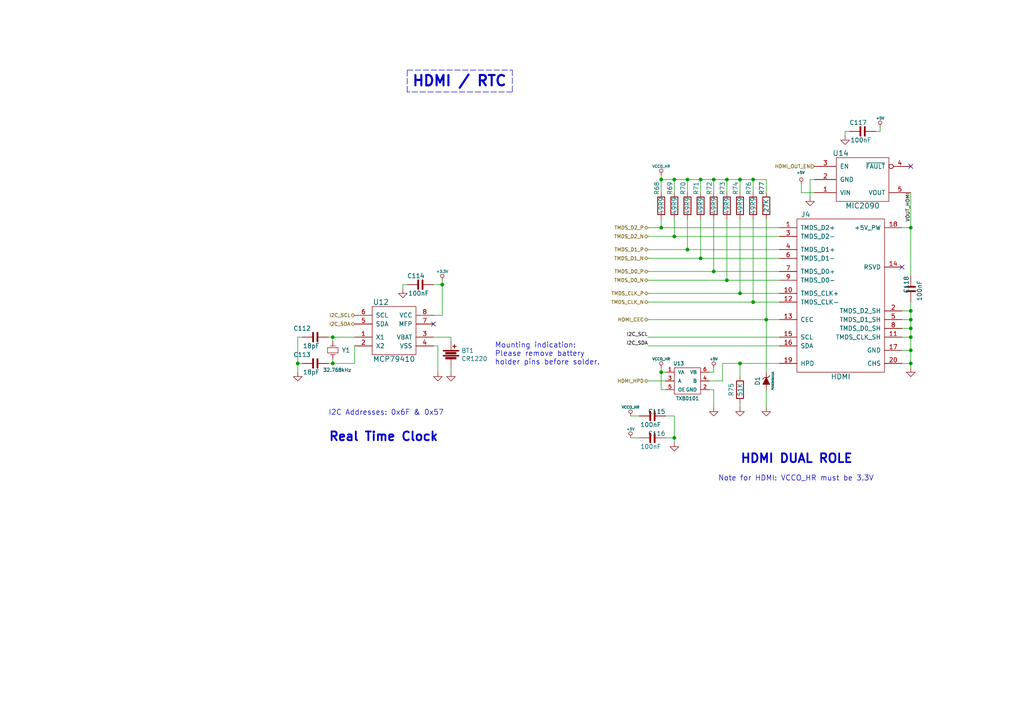
<source format=kicad_sch>
(kicad_sch (version 20231120) (generator "eeschema") (generator_version "8.0")
  (paper "A4")
  (title_block (title "CIAA-ACC HDMI Dual Role") (date "2019-08-28") (rev "V1.4") (company "COMPUTADORA INDUSTRIAL ABIERTA ARGENTINA. CIAA-ACC (HPC)") (comment 1 "Authors: See 'doc/CHANGES.txt' file.      License: See 'doc/LICENCIA_CIAA_ACC.txt' file."))
  (lib_symbols
    (symbol "CIAA_ACC:+3.3V" (power) (pin_names (offset 1.016))
      (property "Value" "+3.3V" (at 0 2.286 0))
      (symbol "+3.3V_0_0"
        (pin power_in line (at 0 0 90) (length 0) hide (name "+3.3V") (number "1"))
      )
      (symbol "+3.3V_0_1"
        (polyline (pts (xy 0 0) (xy 0 0.762) (xy 0 0.762) (xy 0 0.762)))
        (circle (center 0 1.27) (radius 0.508))
      )
    )
    (symbol "CIAA_ACC:+5V" (power) (pin_names (offset 1.016))
      (property "Value" "+5V" (at 0 2.286 0))
      (symbol "+5V_0_0"
        (pin power_in line (at 0 0 90) (length 0) hide (name "+5V") (number "1"))
      )
      (symbol "+5V_0_1"
        (polyline (pts (xy 0 0) (xy 0 0.762) (xy 0 0.762) (xy 0 0.762)))
        (circle (center 0 1.27) (radius 0.508))
      )
    )
    (symbol "CIAA_ACC:Battery" (pin_numbers hide) (pin_names (offset 0))
      (property "Reference" "BT" (at 2.54 1.27 0))
      (property "Value" "Battery" (at 2.54 -1.27 0))
      (symbol "Battery_0_1"
        (rectangle (start -2.286 -0.1778) (end 2.286 -0.4318) (fill (type outline)))
        (rectangle (start -2.286 1.27) (end 2.286 1.016) (fill (type outline)))
        (rectangle (start -1.5748 -0.762) (end 1.4732 -1.27) (fill (type outline)))
        (rectangle (start -1.5748 0.6858) (end 1.4732 0.1778) (fill (type outline)))
        (polyline (pts (xy 0.508 2.413) (xy 1.524 2.413)) (stroke (width 0.254)))
        (polyline (pts (xy 1.016 2.921) (xy 1.016 1.905)) (stroke (width 0.254)))
      )
      (symbol "Battery_1_1"
        (pin passive line (at 0 3.81 270) (length 2.54) (name "~") (number "1"))
        (pin passive line (at 0 -3.81 90) (length 2.54) (name "~") (number "2"))
      )
    )
    (symbol "CIAA_ACC:C" (pin_numbers hide) (pin_names (offset 0.254))
      (property "Reference" "C" (at 0.635 2.54 0))
      (property "Value" "C" (at 0.635 -2.54 0))
      (symbol "C_0_1"
        (polyline (pts (xy -1.27 -0.635) (xy 1.27 -0.635)) (stroke (width 0.508)))
        (polyline (pts (xy -1.27 0.635) (xy 1.27 0.635)) (stroke (width 0.508)))
        (polyline (pts (xy 0 -1.016) (xy 0 -0.635)))
        (polyline (pts (xy 0 1.016) (xy 0 0.635)))
      )
      (symbol "C_1_1"
        (pin passive line (at 0 3.81 270) (length 2.794) (name "~") (number "1"))
        (pin passive line (at 0 -3.81 90) (length 2.794) (name "~") (number "2"))
      )
    )
    (symbol "CIAA_ACC:GND" (power) (pin_names (offset 0))
      (property "Value" "GND" (at 0 -3.81 0))
      (symbol "GND_0_1"
        (polyline (pts (xy 0 0) (xy 0 -1.27) (xy 1.27 -1.27) (xy 0 -2.54) (xy -1.27 -1.27) (xy 0 -1.27)))
      )
      (symbol "GND_1_1"
        (pin power_in line (at 0 0 270) (length 0) hide (name "GND") (number "1"))
      )
    )
    (symbol "CIAA_ACC:HDMI" (pin_names (offset 1.016))
      (property "Reference" "J" (at 1.27 3.81 0))
      (property "Value" "HDMI" (at 22.86 -43.18 0))
      (symbol "HDMI_0_1"
        (rectangle (start 0 2.54) (end 25.4 -41.91))
      )
      (symbol "HDMI_1_1"
        (pin passive line (at -5.08 0 0) (length 5.08) (name "TMDS_D2+") (number "1"))
        (pin passive line (at -5.08 -19.05 0) (length 5.08) (name "TMDS_CLK+") (number "10"))
        (pin passive line (at 30.48 -31.75 180) (length 5.08) (name "TMDS_CLK_SH") (number "11"))
        (pin passive line (at -5.08 -21.59 0) (length 5.08) (name "TMDS_CLK-") (number "12"))
        (pin passive line (at -5.08 -26.67 0) (length 5.08) (name "CEC") (number "13"))
        (pin passive line (at 30.48 -11.43 180) (length 5.08) (name "RSVD") (number "14"))
        (pin passive line (at -5.08 -31.75 0) (length 5.08) (name "SCL") (number "15"))
        (pin passive line (at -5.08 -34.29 0) (length 5.08) (name "SDA") (number "16"))
        (pin passive line (at 30.48 -35.56 180) (length 5.08) (name "GND") (number "17"))
        (pin passive line (at 30.48 0 180) (length 5.08) (name "+5V_PW") (number "18"))
        (pin passive line (at -5.08 -39.37 0) (length 5.08) (name "HPD") (number "19"))
        (pin passive line (at 30.48 -24.13 180) (length 5.08) (name "TMDS_D2_SH") (number "2"))
        (pin passive line (at 30.48 -39.37 180) (length 5.08) (name "CHS") (number "20"))
        (pin passive line (at -5.08 -2.54 0) (length 5.08) (name "TMDS_D2-") (number "3"))
        (pin passive line (at -5.08 -6.35 0) (length 5.08) (name "TMDS_D1+") (number "4"))
        (pin passive line (at 30.48 -26.67 180) (length 5.08) (name "TMDS_D1_SH") (number "5"))
        (pin passive line (at -5.08 -8.89 0) (length 5.08) (name "TMDS_D1-") (number "6"))
        (pin passive line (at -5.08 -12.7 0) (length 5.08) (name "TMDS_D0+") (number "7"))
        (pin passive line (at 30.48 -29.21 180) (length 5.08) (name "TMDS_D0_SH") (number "8"))
        (pin passive line (at -5.08 -15.24 0) (length 5.08) (name "TMDS_D0-") (number "9"))
      )
    )
    (symbol "CIAA_ACC:MCP79410" (pin_names (offset 1.016))
      (property "Reference" "U" (at -3.81 3.81 0))
      (property "Value" "MCP79410" (at 0 -12.7 0))
      (symbol "MCP79410_0_1"
        (rectangle (start -6.35 2.54) (end 6.35 -11.43))
      )
      (symbol "MCP79410_1_1"
        (pin passive line (at -11.43 -6.35 0) (length 5.08) (name "X1") (number "1"))
        (pin passive line (at -11.43 -8.89 0) (length 5.08) (name "X2") (number "2"))
        (pin input line (at 11.43 -6.35 180) (length 5.08) (name "VBAT") (number "3"))
        (pin power_in line (at 11.43 -8.89 180) (length 5.08) (name "VSS") (number "4"))
        (pin bidirectional line (at -11.43 -2.54 0) (length 5.08) (name "SDA") (number "5"))
        (pin bidirectional line (at -11.43 0 0) (length 5.08) (name "SCL") (number "6"))
        (pin open_collector line (at 11.43 -2.54 180) (length 5.08) (name "MFP") (number "7"))
        (pin power_in line (at 11.43 0 180) (length 5.08) (name "VCC") (number "8"))
      )
    )
    (symbol "CIAA_ACC:MIC2090" (pin_names (offset 1.016))
      (property "Reference" "U" (at -6.35 13.97 0))
      (property "Value" "MIC2090" (at -5.08 -1.27 0))
      (symbol "MIC2090_0_1"
        (rectangle (start -7.62 12.7) (end 7.62 0))
      )
      (symbol "MIC2090_1_1"
        (pin power_in line (at -13.97 10.16 0) (length 6.35) (name "VIN") (number "1"))
        (pin power_in line (at -13.97 6.35 0) (length 6.35) (name "GND") (number "2"))
        (pin input line (at -13.97 2.54 0) (length 6.35) (name "EN") (number "3"))
        (pin open_collector inverted (at 13.97 2.54 180) (length 6.35) (name "~{FAULT}") (number "4"))
        (pin power_out line (at 13.97 10.16 180) (length 6.35) (name "VOUT") (number "5"))
      )
    )
    (symbol "CIAA_ACC:R" (pin_numbers hide) (pin_names (offset 0))
      (property "Reference" "R" (at 2.032 0 90))
      (property "Value" "R" (at 0 0 90))
      (symbol "R_0_1"
        (rectangle (start -1.016 -2.54) (end 1.016 2.54) (stroke (width 0.254)))
      )
      (symbol "R_1_1"
        (pin passive line (at 0 3.81 270) (length 1.27) (name "~") (number "1"))
        (pin passive line (at 0 -3.81 90) (length 1.27) (name "~") (number "2"))
      )
    )
    (symbol "CIAA_ACC:TXB0101" (pin_names (offset 1.016))
      (property "Reference" "U" (at -2.54 3.81 0))
      (property "Value" "TXB0101" (at 0 -6.35 0))
      (symbol "TXB0101_0_1"
        (rectangle (start -3.81 2.54) (end 3.81 -5.08))
      )
      (symbol "TXB0101_1_1"
        (pin power_in line (at -6.35 1.27 0) (length 2.54) (name "VA") (number "1"))
        (pin power_in line (at 6.35 -3.81 180) (length 2.54) (name "GND") (number "2"))
        (pin bidirectional line (at -6.35 -1.27 0) (length 2.54) (name "A") (number "3"))
        (pin bidirectional line (at 6.35 -1.27 180) (length 2.54) (name "B") (number "4"))
        (pin input line (at -6.35 -3.81 0) (length 2.54) (name "OE") (number "5"))
        (pin power_in line (at 6.35 1.27 180) (length 2.54) (name "VB") (number "6"))
      )
    )
    (symbol "CIAA_ACC:VCCO_HR" (power) (pin_names (offset 1.016))
      (property "Value" "VCCO_HR" (at 0 2.286 0))
      (symbol "VCCO_HR_0_0"
        (pin power_in line (at 0 0 90) (length 0) hide (name "VCCO_HR") (number "1"))
      )
      (symbol "VCCO_HR_0_1"
        (polyline (pts (xy 0 0) (xy 0 0.762) (xy 0 0.762) (xy 0 0.762)))
        (circle (center 0 1.27) (radius 0.508))
      )
    )
    (symbol "CIAA_ACC:XTAL" (pin_numbers hide) (pin_names (offset 1.016) hide)
      (property "Reference" "Y" (at 0 2.54 0))
      (property "Value" "XTAL" (at 0 -2.54 0))
      (symbol "XTAL_0_1"
        (rectangle (start -0.762 -1.524) (end 0.762 1.524))
        (polyline (pts (xy -1.27 -0.762) (xy -1.27 0.762)))
        (polyline (pts (xy 1.27 -0.762) (xy 1.27 0.762)))
      )
      (symbol "XTAL_1_1"
        (pin passive line (at -2.54 0 0) (length 1.27) (name "1") (number "1"))
        (pin passive line (at 2.54 0 180) (length 1.27) (name "2") (number "2"))
      )
    )
    (symbol "CIAA_ACC:ZENER" (pin_numbers hide) (pin_names (offset 1.016) hide)
      (property "Reference" "D" (at 0 2.54 0))
      (property "Value" "ZENER" (at 0 -2.54 0))
      (symbol "ZENER_0_1"
        (polyline (pts (xy -1.524 1.016) (xy -1.016 0.508) (xy -1.016 -0.508) (xy -0.508 -1.016)) (stroke (width 0.2032)))
        (polyline (pts (xy 1.016 1.016) (xy -1.016 0) (xy 1.016 -1.016) (xy 1.016 1.016)) (fill (type outline)))
      )
      (symbol "ZENER_1_1"
        (pin passive line (at 2.54 0 180) (length 1.524) (name "A") (number "1"))
        (pin passive line (at -2.54 0 0) (length 1.524) (name "K") (number "2"))
      )
    )
  )
  (junction (at 203.2 74.93))
  (junction (at 195.58 52.07))
  (junction (at 214.63 105.41))
  (junction (at 218.44 87.63))
  (junction (at 264.16 92.71))
  (junction (at 210.82 81.28))
  (junction (at 214.63 52.07))
  (junction (at 199.39 72.39))
  (junction (at 264.16 66.04))
  (junction (at 195.58 127))
  (junction (at 191.77 66.04))
  (junction (at 96.52 105.41))
  (junction (at 210.82 52.07))
  (junction (at 203.2 52.07))
  (junction (at 191.77 52.07))
  (junction (at 191.77 107.95))
  (junction (at 128.27 82.55))
  (junction (at 195.58 68.58))
  (junction (at 207.01 78.74))
  (junction (at 96.52 97.79))
  (junction (at 264.16 105.41))
  (junction (at 264.16 97.79))
  (junction (at 199.39 52.07))
  (junction (at 86.36 105.41))
  (junction (at 264.16 90.17))
  (junction (at 214.63 85.09))
  (junction (at 207.01 52.07))
  (junction (at 264.16 95.25))
  (junction (at 222.25 92.71))
  (junction (at 218.44 52.07))
  (junction (at 264.16 101.6))
  (no_connect (at 125.73 93.98))
  (no_connect (at 261.62 77.47))
  (no_connect (at 264.16 48.26))
  (wire (pts (xy 87.63 97.79) (xy 86.36 97.79)))
  (wire (pts (xy 218.44 52.07) (xy 222.25 52.07)))
  (wire (pts (xy 187.96 81.28) (xy 210.82 81.28)))
  (wire (pts (xy 264.16 87.63) (xy 264.16 90.17)))
  (wire (pts (xy 264.16 95.25) (xy 261.62 95.25)))
  (wire (pts (xy 222.25 92.71) (xy 226.06 92.71)))
  (wire (pts (xy 95.25 105.41) (xy 96.52 105.41)))
  (wire (pts (xy 218.44 52.07) (xy 218.44 55.88)))
  (wire (pts (xy 203.2 52.07) (xy 203.2 55.88)))
  (wire (pts (xy 102.87 105.41) (xy 102.87 100.33)))
  (wire (pts (xy 203.2 74.93) (xy 226.06 74.93)))
  (wire (pts (xy 191.77 50.8) (xy 191.77 52.07)))
  (wire (pts (xy 205.74 113.03) (xy 207.01 113.03)))
  (wire (pts (xy 187.96 92.71) (xy 222.25 92.71)))
  (wire (pts (xy 214.63 52.07) (xy 218.44 52.07)))
  (wire (pts (xy 218.44 63.5) (xy 218.44 87.63)))
  (wire (pts (xy 195.58 63.5) (xy 195.58 68.58)))
  (wire (pts (xy 209.55 105.41) (xy 214.63 105.41)))
  (wire (pts (xy 232.41 55.88) (xy 236.22 55.88)))
  (wire (pts (xy 130.81 97.79) (xy 125.73 97.79)))
  (wire (pts (xy 234.95 52.07) (xy 234.95 57.15)))
  (wire (pts (xy 193.04 107.95) (xy 191.77 107.95)))
  (wire (pts (xy 195.58 68.58) (xy 226.06 68.58)))
  (wire (pts (xy 222.25 63.5) (xy 222.25 92.71)))
  (wire (pts (xy 203.2 63.5) (xy 203.2 74.93)))
  (wire (pts (xy 199.39 52.07) (xy 199.39 55.88)))
  (wire (pts (xy 264.16 105.41) (xy 264.16 106.68)))
  (wire (pts (xy 210.82 63.5) (xy 210.82 81.28)))
  (wire (pts (xy 191.77 106.68) (xy 191.77 107.95)))
  (wire (pts (xy 222.25 118.11) (xy 222.25 113.03)))
  (wire (pts (xy 203.2 52.07) (xy 207.01 52.07)))
  (wire (pts (xy 246.38 38.1) (xy 245.11 38.1)))
  (wire (pts (xy 96.52 99.06) (xy 96.52 97.79)))
  (wire (pts (xy 205.74 110.49) (xy 209.55 110.49)))
  (wire (pts (xy 264.16 95.25) (xy 264.16 97.79)))
  (polyline (pts (xy 118.11 20.32) (xy 148.59 20.32)) (stroke (width 0) (type dash)))
  (wire (pts (xy 264.16 97.79) (xy 264.16 101.6)))
  (wire (pts (xy 264.16 66.04) (xy 261.62 66.04)))
  (wire (pts (xy 214.63 85.09) (xy 226.06 85.09)))
  (wire (pts (xy 214.63 105.41) (xy 214.63 109.22)))
  (wire (pts (xy 209.55 110.49) (xy 209.55 105.41)))
  (wire (pts (xy 187.96 100.33) (xy 226.06 100.33)))
  (wire (pts (xy 199.39 72.39) (xy 226.06 72.39)))
  (wire (pts (xy 214.63 63.5) (xy 214.63 85.09)))
  (wire (pts (xy 125.73 100.33) (xy 127 100.33)))
  (wire (pts (xy 214.63 116.84) (xy 214.63 118.11)))
  (wire (pts (xy 96.52 97.79) (xy 102.87 97.79)))
  (wire (pts (xy 199.39 63.5) (xy 199.39 72.39)))
  (wire (pts (xy 255.27 38.1) (xy 254 38.1)))
  (wire (pts (xy 191.77 52.07) (xy 195.58 52.07)))
  (wire (pts (xy 128.27 91.44) (xy 125.73 91.44)))
  (wire (pts (xy 195.58 55.88) (xy 195.58 52.07)))
  (wire (pts (xy 187.96 110.49) (xy 193.04 110.49)))
  (wire (pts (xy 185.42 120.65) (xy 182.88 120.65)))
  (wire (pts (xy 95.25 97.79) (xy 96.52 97.79)))
  (wire (pts (xy 210.82 81.28) (xy 226.06 81.28)))
  (wire (pts (xy 195.58 127) (xy 195.58 128.27)))
  (wire (pts (xy 214.63 52.07) (xy 214.63 55.88)))
  (wire (pts (xy 87.63 105.41) (xy 86.36 105.41)))
  (wire (pts (xy 191.77 107.95) (xy 191.77 113.03)))
  (wire (pts (xy 207.01 113.03) (xy 207.01 118.11)))
  (wire (pts (xy 185.42 127) (xy 182.88 127)))
  (wire (pts (xy 187.96 66.04) (xy 191.77 66.04)))
  (wire (pts (xy 191.77 66.04) (xy 226.06 66.04)))
  (wire (pts (xy 207.01 107.95) (xy 207.01 106.68)))
  (wire (pts (xy 264.16 90.17) (xy 264.16 92.71)))
  (wire (pts (xy 264.16 97.79) (xy 261.62 97.79)))
  (wire (pts (xy 205.74 107.95) (xy 207.01 107.95)))
  (wire (pts (xy 191.77 113.03) (xy 193.04 113.03)))
  (wire (pts (xy 191.77 52.07) (xy 191.77 55.88)))
  (wire (pts (xy 210.82 52.07) (xy 210.82 55.88)))
  (wire (pts (xy 86.36 105.41) (xy 86.36 107.95)))
  (wire (pts (xy 195.58 52.07) (xy 199.39 52.07)))
  (wire (pts (xy 214.63 105.41) (xy 226.06 105.41)))
  (wire (pts (xy 210.82 52.07) (xy 214.63 52.07)))
  (wire (pts (xy 128.27 82.55) (xy 128.27 91.44)))
  (wire (pts (xy 264.16 55.88) (xy 264.16 66.04)))
  (wire (pts (xy 236.22 52.07) (xy 234.95 52.07)))
  (wire (pts (xy 187.96 68.58) (xy 195.58 68.58)))
  (wire (pts (xy 191.77 63.5) (xy 191.77 66.04)))
  (wire (pts (xy 193.04 127) (xy 195.58 127)))
  (wire (pts (xy 207.01 52.07) (xy 210.82 52.07)))
  (wire (pts (xy 86.36 97.79) (xy 86.36 105.41)))
  (wire (pts (xy 264.16 101.6) (xy 261.62 101.6)))
  (polyline (pts (xy 148.59 26.67) (xy 118.11 26.67)) (stroke (width 0) (type dash)))
  (polyline (pts (xy 148.59 20.32) (xy 148.59 26.67)) (stroke (width 0) (type dash)))
  (wire (pts (xy 193.04 120.65) (xy 195.58 120.65)))
  (wire (pts (xy 116.84 83.82) (xy 116.84 82.55)))
  (wire (pts (xy 207.01 78.74) (xy 226.06 78.74)))
  (wire (pts (xy 96.52 105.41) (xy 102.87 105.41)))
  (wire (pts (xy 264.16 105.41) (xy 261.62 105.41)))
  (wire (pts (xy 127 100.33) (xy 127 107.95)))
  (wire (pts (xy 199.39 52.07) (xy 203.2 52.07)))
  (wire (pts (xy 187.96 74.93) (xy 203.2 74.93)))
  (wire (pts (xy 207.01 63.5) (xy 207.01 78.74)))
  (wire (pts (xy 187.96 85.09) (xy 214.63 85.09)))
  (wire (pts (xy 128.27 81.28) (xy 128.27 82.55)))
  (wire (pts (xy 187.96 72.39) (xy 199.39 72.39)))
  (wire (pts (xy 222.25 92.71) (xy 222.25 107.95)))
  (wire (pts (xy 195.58 120.65) (xy 195.58 127)))
  (wire (pts (xy 187.96 78.74) (xy 207.01 78.74)))
  (wire (pts (xy 261.62 90.17) (xy 264.16 90.17)))
  (wire (pts (xy 264.16 92.71) (xy 261.62 92.71)))
  (wire (pts (xy 264.16 66.04) (xy 264.16 80.01)))
  (wire (pts (xy 130.81 106.68) (xy 130.81 107.95)))
  (polyline (pts (xy 118.11 26.67) (xy 118.11 20.32)) (stroke (width 0) (type dash)))
  (wire (pts (xy 232.41 53.34) (xy 232.41 55.88)))
  (wire (pts (xy 218.44 87.63) (xy 226.06 87.63)))
  (wire (pts (xy 264.16 92.71) (xy 264.16 95.25)))
  (wire (pts (xy 264.16 101.6) (xy 264.16 105.41)))
  (wire (pts (xy 130.81 99.06) (xy 130.81 97.79)))
  (wire (pts (xy 125.73 82.55) (xy 128.27 82.55)))
  (wire (pts (xy 187.96 87.63) (xy 218.44 87.63)))
  (wire (pts (xy 222.25 52.07) (xy 222.25 55.88)))
  (wire (pts (xy 96.52 104.14) (xy 96.52 105.41)))
  (wire (pts (xy 255.27 36.83) (xy 255.27 38.1)))
  (wire (pts (xy 226.06 97.79) (xy 187.96 97.79)))
  (wire (pts (xy 207.01 52.07) (xy 207.01 55.88)))
  (wire (pts (xy 116.84 82.55) (xy 118.11 82.55)))
  (wire (pts (xy 245.11 38.1) (xy 245.11 39.37)))
  (text "Real Time Clock" (at 95.25 128.27 0) (effects (font (size 2.54 2.54) (thickness 0.508) (bold yes)) (justify left bottom)))
  (text "Mounting indication: \nPlease remove battery \nholder pins before solder." (at 143.51 106.045 0) (effects (font (size 1.524 1.524)) (justify left bottom)))
  (text "Note for HDMI: VCCO_HR must be 3.3V" (at 208.28 139.7 0) (effects (font (size 1.524 1.524)) (justify left bottom)))
  (text "I2C Addresses: 0x6F & 0x57" (at 95.25 120.65 0) (effects (font (size 1.524 1.524)) (justify left bottom)))
  (text "HDMI / RTC" (at 119.38 25.4 0) (effects (font (size 2.9972 2.9972) (thickness 0.5994) (bold yes)) (justify left bottom)))
  (text "HDMI DUAL ROLE" (at 214.63 134.62 0) (effects (font (size 2.54 2.54) (thickness 0.508) (bold yes)) (justify left bottom)))
  (label "I2C_SDA" (at 187.96 100.33 180) (effects (font (size 1.016 1.016))))
  (label "I2C_SCL" (at 187.96 97.79 180) (effects (font (size 1.016 1.016))))
  (label "VOUT_HDMI" (at 264.16 55.88 270) (effects (font (size 1.016 1.016))))
  (hierarchical_label "HDMI_OUT_EN" (shape input) (at 236.22 48.26 180) (effects (font (size 1.016 1.016))))
  (hierarchical_label "I2C_SCL" (shape bidirectional) (at 102.87 91.44 180) (effects (font (size 1.016 1.016))))
  (hierarchical_label "TMDS_CLK_N" (shape bidirectional) (at 187.96 87.63 180) (effects (font (size 1.016 1.016))))
  (hierarchical_label "HDMI_HPD" (shape bidirectional) (at 187.96 110.49 180) (effects (font (size 1.016 1.016))))
  (hierarchical_label "TMDS_D2_P" (shape bidirectional) (at 187.96 66.04 180) (effects (font (size 1.016 1.016))))
  (hierarchical_label "TMDS_D1_N" (shape bidirectional) (at 187.96 74.93 180) (effects (font (size 1.016 1.016))))
  (hierarchical_label "TMDS_D1_P" (shape bidirectional) (at 187.96 72.39 180) (effects (font (size 1.016 1.016))))
  (hierarchical_label "TMDS_D0_P" (shape bidirectional) (at 187.96 78.74 180) (effects (font (size 1.016 1.016))))
  (hierarchical_label "TMDS_CLK_P" (shape bidirectional) (at 187.96 85.09 180) (effects (font (size 1.016 1.016))))
  (hierarchical_label "I2C_SDA" (shape bidirectional) (at 102.87 93.98 180) (effects (font (size 1.016 1.016))))
  (hierarchical_label "TMDS_D2_N" (shape bidirectional) (at 187.96 68.58 180) (effects (font (size 1.016 1.016))))
  (hierarchical_label "HDMI_CEC" (shape bidirectional) (at 187.96 92.71 180) (effects (font (size 1.016 1.016))))
  (hierarchical_label "TMDS_D0_N" (shape bidirectional) (at 187.96 81.28 180) (effects (font (size 1.016 1.016))))
  (symbol (lib_id "CIAA_ACC:MCP79410") (at 114.3 91.44 0) (unit 1)
    (property "Reference" "U12" (at 110.49 87.63 0) (effects (font (size 1.524 1.524))))
    (property "Value" "MCP79410" (at 114.3 104.14 0) (effects (font (size 1.524 1.524))))
    (property "Footprint" "soic-sop-tssop:MSOP-8" (effects (hide yes)))
    (property "Description" "IC RTC CLK/CALENDAR I2C 8-MSOP" (effects (hide yes)))
    (property "Manf" "Microchip" (effects (hide yes)))
    (property "Manf#" "MCP79410-I/MS" (effects (hide yes)))
    (property "Digikey#" "MCP79410-I/MS-ND" (effects (hide yes)))
  )
  (symbol (lib_id "CIAA_ACC:Battery") (at 130.81 102.87 0) (unit 1)
    (property "Reference" "BT1" (at 133.8072 101.7016 0) (effects (justify left)))
    (property "Value" "CR1220" (at 133.8072 104.0384 0) (effects (justify left)))
    (property "Footprint" "conn:BC501SM" (effects (hide yes)))
    (property "Description" "HOLDER COIN CELL FOR CR1220 SMD" (effects (hide yes)))
    (property "Manf" "MPD" (effects (hide yes)))
    (property "Manf#" "BC501SM" (effects (hide yes)))
    (property "Digikey#" "BC501SM-ND" (effects (hide yes)))
  )
  (symbol (lib_id "CIAA_ACC:R") (at 218.44 59.69 0) (unit 1)
    (property "Reference" "R76" (at 217.17 54.61 90))
    (property "Value" "49R9" (at 218.44 59.69 90))
    (property "Footprint" "chip_rlc:r_0402" (effects (hide yes)))
    (property "Description" "RES SMD 49.9 OHM 1% 1/16W 0402" (effects (hide yes)))
    (property "Manf" "Yageo" (effects (hide yes)))
    (property "Manf#" "RC0402FR-0749R9L" (effects (hide yes)))
    (property "Digikey#" "311-49.9LRCT-ND" (effects (hide yes)))
  )
  (symbol (lib_id "CIAA_ACC:R") (at 214.63 59.69 0) (unit 1)
    (property "Reference" "R74" (at 213.36 54.61 90))
    (property "Value" "49R9" (at 214.63 59.69 90))
    (property "Footprint" "chip_rlc:r_0402" (effects (hide yes)))
    (property "Description" "RES SMD 49.9 OHM 1% 1/16W 0402" (effects (hide yes)))
    (property "Manf" "Yageo" (effects (hide yes)))
    (property "Manf#" "RC0402FR-0749R9L" (effects (hide yes)))
    (property "Digikey#" "311-49.9LRCT-ND" (effects (hide yes)))
  )
  (symbol (lib_id "CIAA_ACC:R") (at 210.82 59.69 0) (unit 1)
    (property "Reference" "R73" (at 209.55 54.61 90))
    (property "Value" "49R9" (at 210.82 59.69 90))
    (property "Footprint" "chip_rlc:r_0402" (effects (hide yes)))
    (property "Description" "RES SMD 49.9 OHM 1% 1/16W 0402" (effects (hide yes)))
    (property "Manf" "Yageo" (effects (hide yes)))
    (property "Manf#" "RC0402FR-0749R9L" (effects (hide yes)))
    (property "Digikey#" "311-49.9LRCT-ND" (effects (hide yes)))
  )
  (symbol (lib_id "CIAA_ACC:R") (at 207.01 59.69 0) (unit 1)
    (property "Reference" "R72" (at 205.74 54.61 90))
    (property "Value" "49R9" (at 207.01 59.69 90))
    (property "Footprint" "chip_rlc:r_0402" (effects (hide yes)))
    (property "Description" "RES SMD 49.9 OHM 1% 1/16W 0402" (effects (hide yes)))
    (property "Manf" "Yageo" (effects (hide yes)))
    (property "Manf#" "RC0402FR-0749R9L" (effects (hide yes)))
    (property "Digikey#" "311-49.9LRCT-ND" (effects (hide yes)))
  )
  (symbol (lib_id "CIAA_ACC:R") (at 203.2 59.69 0) (unit 1)
    (property "Reference" "R71" (at 201.93 54.61 90))
    (property "Value" "49R9" (at 203.2 59.69 90))
    (property "Footprint" "chip_rlc:r_0402" (effects (hide yes)))
    (property "Description" "RES SMD 49.9 OHM 1% 1/16W 0402" (effects (hide yes)))
    (property "Manf" "Yageo" (effects (hide yes)))
    (property "Manf#" "RC0402FR-0749R9L" (effects (hide yes)))
    (property "Digikey#" "311-49.9LRCT-ND" (effects (hide yes)))
  )
  (symbol (lib_id "CIAA_ACC:R") (at 199.39 59.69 0) (unit 1)
    (property "Reference" "R70" (at 198.12 54.61 90))
    (property "Value" "49R9" (at 199.39 59.69 90))
    (property "Footprint" "chip_rlc:r_0402" (effects (hide yes)))
    (property "Description" "RES SMD 49.9 OHM 1% 1/16W 0402" (effects (hide yes)))
    (property "Manf" "Yageo" (effects (hide yes)))
    (property "Manf#" "RC0402FR-0749R9L" (effects (hide yes)))
    (property "Digikey#" "311-49.9LRCT-ND" (effects (hide yes)))
  )
  (symbol (lib_id "CIAA_ACC:R") (at 195.58 59.69 0) (unit 1)
    (property "Reference" "R69" (at 194.31 54.61 90))
    (property "Value" "49R9" (at 195.58 59.69 90))
    (property "Footprint" "chip_rlc:r_0402" (effects (hide yes)))
    (property "Description" "RES SMD 49.9 OHM 1% 1/16W 0402" (effects (hide yes)))
    (property "Manf" "Yageo" (effects (hide yes)))
    (property "Manf#" "RC0402FR-0749R9L" (effects (hide yes)))
    (property "Digikey#" "311-49.9LRCT-ND" (effects (hide yes)))
  )
  (symbol (lib_id "CIAA_ACC:R") (at 191.77 59.69 0) (unit 1)
    (property "Reference" "R68" (at 190.5 54.61 90))
    (property "Value" "49R9" (at 191.77 59.69 90))
    (property "Footprint" "chip_rlc:r_0402" (effects (hide yes)))
    (property "Description" "RES SMD 49.9 OHM 1% 1/16W 0402" (effects (hide yes)))
    (property "Manf" "Yageo" (effects (hide yes)))
    (property "Manf#" "RC0402FR-0749R9L" (effects (hide yes)))
    (property "Digikey#" "311-49.9LRCT-ND" (effects (hide yes)))
  )
  (symbol (lib_id "CIAA_ACC:+5V") (at 232.41 53.34 0) (unit 1)
    (property "Reference" "#PWR0198" (effects (hide yes)))
    (property "Value" "+5V" (at 232.2322 50.0634 0) (effects (font (size 0.762 0.762))))
  )
  (symbol (lib_id "CIAA_ACC:MIC2090") (at 250.19 45.72 0) (mirror x) (unit 1)
    (property "Reference" "U14" (at 243.84 44.45 0) (effects (font (size 1.524 1.524))))
    (property "Value" "MIC2090" (at 250.19 59.69 0) (effects (font (size 1.524 1.524))))
    (property "Footprint" "to-sod-sot:SOT-23-5" (effects (hide yes)))
    (property "Description" "IC DISTRIBUTION SW 50MA SOT-23-5" (effects (hide yes)))
    (property "Manf" "Microchip" (effects (hide yes)))
    (property "Manf#" "MIC2090-1YM5-TR" (effects (hide yes)))
    (property "Digikey#" "576-3890-1-ND" (effects (hide yes)))
  )
  (symbol (lib_id "CIAA_ACC:VCCO_HR") (at 191.77 50.8 0) (unit 1)
    (property "Reference" "#PWR0199" (effects (hide yes)))
    (property "Value" "VCCO_HR" (at 191.77 48.26 0) (effects (font (size 0.762 0.762))))
  )
  (symbol (lib_id "CIAA_ACC:GND") (at 264.16 106.68 0) (unit 1)
    (property "Reference" "#PWR0200" (effects (hide yes)))
    (property "Value" "GND" (effects (hide yes)))
  )
  (symbol (lib_id "CIAA_ACC:GND") (at 234.95 57.15 0) (unit 1)
    (property "Reference" "#PWR0201" (effects (hide yes)))
    (property "Value" "GND" (effects (hide yes)))
  )
  (symbol (lib_id "CIAA_ACC:GND") (at 245.11 39.37 0) (unit 1)
    (property "Reference" "#PWR0202" (effects (hide yes)))
    (property "Value" "GND" (effects (hide yes)))
  )
  (symbol (lib_id "CIAA_ACC:+5V") (at 255.27 36.83 0) (unit 1)
    (property "Reference" "#PWR0203" (effects (hide yes)))
    (property "Value" "+5V" (at 255.27 34.29 0) (effects (font (size 0.762 0.762))))
  )
  (symbol (lib_id "CIAA_ACC:R") (at 222.25 59.69 180) (unit 1)
    (property "Reference" "R77" (at 220.98 54.61 90))
    (property "Value" "27K" (at 222.25 59.69 90))
    (property "Footprint" "chip_rlc:r_0402" (effects (hide yes)))
    (property "Description" "27k Ohm ±5% 0.063W, 1/16W Surface Mount Resistor Thick Film ±100ppm/°C 0402" (effects (hide yes)))
    (property "Manf" "Yageo" (effects (hide yes)))
    (property "Manf#" "RC0402JR-0727KL" (effects (hide yes)))
    (property "Digikey#" "311-27KJRCT-ND" (effects (hide yes)))
  )
  (symbol (lib_id "CIAA_ACC:ZENER") (at 222.25 110.49 270) (unit 1)
    (property "Reference" "D1" (at 219.71 110.49 0))
    (property "Value" "PESD3V3U1UA" (at 224.155 110.49 0) (effects (font (size 0.508 0.508))))
    (property "Footprint" "to-sod-sot:SOD-323" (effects (hide yes)))
    (property "Description" "TVS DIODE 3.3VWM SOD323" (effects (hide yes)))
    (property "Manf" "NXP" (effects (hide yes)))
    (property "Manf#" "PESD3V3U1UA,115" (effects (hide yes)))
    (property "Digikey#" "568-4667-1-ND" (effects (hide yes)))
  )
  (symbol (lib_id "CIAA_ACC:GND") (at 222.25 118.11 0) (unit 1)
    (property "Reference" "#PWR0204" (effects (hide yes)))
    (property "Value" "GND" (effects (hide yes)))
  )
  (symbol (lib_id "CIAA_ACC:HDMI") (at 231.14 66.04 0) (unit 1)
    (property "Reference" "J4" (at 233.68 62.23 0) (effects (font (size 1.524 1.524))))
    (property "Value" "HDMI" (at 243.84 109.22 0) (effects (font (size 1.524 1.524))))
    (property "Footprint" "conn:10029449-111RLF" (effects (hide yes)))
    (property "Description" "HDMI Receptacle Connector 19 Position Surface Mount, Right Angle, Horizontal" (effects (hide yes)))
    (property "Manf" "Amphenol FCI" (effects (hide yes)))
    (property "Manf#" "10029449-111RLF" (effects (hide yes)))
    (property "Digikey#" "609-4614-1-ND" (effects (hide yes)))
  )
  (symbol (lib_id "CIAA_ACC:+3.3V") (at 128.27 81.28 0) (unit 1)
    (property "Reference" "#PWR0206" (effects (hide yes)))
    (property "Value" "+3.3V" (at 128.27 78.74 0) (effects (font (size 0.762 0.762))))
  )
  (symbol (lib_id "CIAA_ACC:GND") (at 116.84 83.82 0) (unit 1)
    (property "Reference" "#PWR0207" (effects (hide yes)))
    (property "Value" "GND" (effects (hide yes)))
  )
  (symbol (lib_id "CIAA_ACC:GND") (at 127 107.95 0) (unit 1)
    (property "Reference" "#PWR0208" (effects (hide yes)))
    (property "Value" "GND" (effects (hide yes)))
  )
  (symbol (lib_id "CIAA_ACC:GND") (at 130.81 107.95 0) (unit 1)
    (property "Reference" "#PWR0209" (effects (hide yes)))
    (property "Value" "GND" (effects (hide yes)))
  )
  (symbol (lib_id "CIAA_ACC:+5V") (at 182.88 127 0) (unit 1)
    (property "Reference" "#PWR0210" (effects (hide yes)))
    (property "Value" "+5V" (at 182.88 124.46 0) (effects (font (size 0.762 0.762))))
  )
  (symbol (lib_id "CIAA_ACC:VCCO_HR") (at 191.77 106.68 0) (unit 1)
    (property "Reference" "#PWR0211" (effects (hide yes)))
    (property "Value" "VCCO_HR" (at 191.77 104.14 0) (effects (font (size 0.762 0.762))))
  )
  (symbol (lib_id "CIAA_ACC:GND") (at 207.01 118.11 0) (unit 1)
    (property "Reference" "#PWR0212" (effects (hide yes)))
    (property "Value" "GND" (effects (hide yes)))
  )
  (symbol (lib_id "CIAA_ACC:TXB0101") (at 199.39 109.22 0) (unit 1)
    (property "Reference" "U13" (at 196.85 105.41 0) (effects (font (size 1.016 1.016))))
    (property "Value" "TXB0101" (at 199.39 115.57 0) (effects (font (size 1.016 1.016))))
    (property "Footprint" "to-sod-sot:SC-70-6" (effects (hide yes)))
    (property "Description" "IC VOLT-LVL TRANSL BI-DIR SC70-6" (effects (hide yes)))
    (property "Manf" "Texas Instruments" (effects (hide yes)))
    (property "Manf#" "TXB0101DCKR" (effects (hide yes)))
    (property "Digikey#" "296-22861-1-ND" (effects (hide yes)))
  )
  (symbol (lib_id "CIAA_ACC:+5V") (at 207.01 106.68 0) (unit 1)
    (property "Reference" "#PWR0213" (effects (hide yes)))
    (property "Value" "+5V" (at 207.01 104.14 0) (effects (font (size 0.762 0.762))))
  )
  (symbol (lib_id "CIAA_ACC:GND") (at 195.58 128.27 0) (unit 1)
    (property "Reference" "#PWR0214" (effects (hide yes)))
    (property "Value" "GND" (effects (hide yes)))
  )
  (symbol (lib_id "CIAA_ACC:VCCO_HR") (at 182.88 120.65 0) (unit 1)
    (property "Reference" "#PWR0215" (effects (hide yes)))
    (property "Value" "VCCO_HR" (at 182.88 118.11 0) (effects (font (size 0.762 0.762))))
  )
  (symbol (lib_id "CIAA_ACC:R") (at 214.63 113.03 0) (unit 1)
    (property "Reference" "R75" (at 212.09 113.03 90))
    (property "Value" "51K" (at 214.63 113.03 90))
    (property "Footprint" "chip_rlc:r_0402" (effects (hide yes)))
    (property "Description" "RES SMD 51K OHM 5% 1/16W 0402" (effects (hide yes)))
    (property "Manf" "Yageo" (effects (hide yes)))
    (property "Manf#" "RC0402JR-0751KL" (effects (hide yes)))
    (property "Digikey#" "311-51KJRCT-ND" (effects (hide yes)))
  )
  (symbol (lib_id "CIAA_ACC:GND") (at 214.63 118.11 0) (unit 1)
    (property "Reference" "#PWR0216" (effects (hide yes)))
    (property "Value" "GND" (effects (hide yes)))
  )
  (symbol (lib_id "CIAA_ACC:C") (at 189.23 120.65 90) (unit 1)
    (property "Reference" "C115" (at 193.04 119.38 90) (effects (justify left)))
    (property "Value" "100nF" (at 191.77 123.19 90) (effects (justify left)))
    (property "Footprint" "chip_rlc:c_0201" (effects (hide yes)))
    (property "Description" "CAP CER 0.1UF 10V X5R 0201" (effects (hide yes)))
    (property "Manf" "Murata" (effects (hide yes)))
    (property "Manf#" "GRM033R61A104ME15D" (effects (hide yes)))
    (property "Digikey#" "490-5405-1-ND" (effects (hide yes)))
  )
  (symbol (lib_id "CIAA_ACC:C") (at 189.23 127 90) (unit 1)
    (property "Reference" "C116" (at 193.04 125.73 90) (effects (justify left)))
    (property "Value" "100nF" (at 191.77 129.54 90) (effects (justify left)))
    (property "Footprint" "chip_rlc:c_0201" (effects (hide yes)))
    (property "Description" "CAP CER 0.1UF 10V X5R 0201" (effects (hide yes)))
    (property "Manf" "Murata" (effects (hide yes)))
    (property "Manf#" "GRM033R61A104ME15D" (effects (hide yes)))
    (property "Digikey#" "490-5405-1-ND" (effects (hide yes)))
  )
  (symbol (lib_id "CIAA_ACC:XTAL") (at 96.52 101.6 270) (unit 1)
    (property "Reference" "Y1" (at 100.33 101.6 90))
    (property "Value" "32.768kHz" (at 97.79 107.315 90) (effects (font (size 1.016 1.016))))
    (property "Footprint" "xtal-res-osc:ABRACON-ABS06" (effects (hide yes)))
    (property "Description" "32.768kHz ±10ppm Crystal 9pF 90 kOhm -40°C ~ 85°C Surface Mount 2-SMD" (effects (hide yes)))
    (property "Manf" "Abracon" (effects (hide yes)))
    (property "Manf#" "ABS06-32.768KHZ-9-1-T" (effects (hide yes)))
    (property "Digikey#" "535-10247-1-ND" (effects (hide yes)))
  )
  (symbol (lib_id "CIAA_ACC:C") (at 91.44 97.79 90) (unit 1)
    (property "Reference" "C112" (at 90.17 95.25 90) (effects (justify left)))
    (property "Value" "18pF" (at 92.71 100.33 90) (effects (justify left)))
    (property "Footprint" "chip_rlc:c_0201" (effects (hide yes)))
    (property "Description" "CAP CER 18PF 50V NP0 0201" (effects (hide yes)))
    (property "Manf" "Murata" (effects (hide yes)))
    (property "Manf#" "GRM0335C1H180JA01D" (effects (hide yes)))
    (property "Digikey#" "490-6117-2-ND" (effects (hide yes)))
  )
  (symbol (lib_id "CIAA_ACC:C") (at 91.44 105.41 90) (unit 1)
    (property "Reference" "C113" (at 90.17 102.87 90) (effects (justify left)))
    (property "Value" "18pF" (at 92.71 107.95 90) (effects (justify left)))
    (property "Footprint" "chip_rlc:c_0201" (effects (hide yes)))
    (property "Description" "CAP CER 18PF 50V NP0 0201" (effects (hide yes)))
    (property "Manf" "Murata" (effects (hide yes)))
    (property "Manf#" "GRM0335C1H180JA01D" (effects (hide yes)))
    (property "Digikey#" "490-6117-2-ND" (effects (hide yes)))
  )
  (symbol (lib_id "CIAA_ACC:GND") (at 86.36 107.95 0) (unit 1)
    (property "Reference" "#PWR0205" (effects (hide yes)))
    (property "Value" "GND" (effects (hide yes)))
  )
  (symbol (lib_id "CIAA_ACC:C") (at 264.16 83.82 180) (unit 1)
    (property "Reference" "C118" (at 262.89 80.01 90) (effects (justify left)))
    (property "Value" "100nF" (at 266.7 81.28 90) (effects (justify left)))
    (property "Footprint" "chip_rlc:c_0201" (effects (hide yes)))
    (property "Description" "CAP CER 0.1UF 10V X5R 0201" (effects (hide yes)))
    (property "Manf" "Murata" (effects (hide yes)))
    (property "Manf#" "GRM033R61A104ME15D" (effects (hide yes)))
    (property "Digikey#" "490-5405-1-ND" (effects (hide yes)))
  )
  (symbol (lib_id "CIAA_ACC:C") (at 121.92 82.55 90) (unit 1)
    (property "Reference" "C114" (at 123.19 80.01 90) (effects (justify left)))
    (property "Value" "100nF" (at 124.46 85.09 90) (effects (justify left)))
    (property "Footprint" "chip_rlc:c_0201" (effects (hide yes)))
    (property "Description" "CAP CER 0.1UF 10V X5R 0201" (effects (hide yes)))
    (property "Manf" "Murata" (effects (hide yes)))
    (property "Manf#" "GRM033R61A104ME15D" (effects (hide yes)))
    (property "Digikey#" "490-5405-1-ND" (effects (hide yes)))
  )
  (symbol (lib_id "CIAA_ACC:C") (at 250.19 38.1 90) (unit 1)
    (property "Reference" "C117" (at 251.46 35.56 90) (effects (justify left)))
    (property "Value" "100nF" (at 252.73 40.64 90) (effects (justify left)))
    (property "Footprint" "chip_rlc:c_0201" (effects (hide yes)))
    (property "Description" "CAP CER 0.1UF 10V X5R 0201" (effects (hide yes)))
    (property "Manf" "Murata" (effects (hide yes)))
    (property "Manf#" "GRM033R61A104ME15D" (effects (hide yes)))
    (property "Digikey#" "490-5405-1-ND" (effects (hide yes)))
  )
)
</source>
